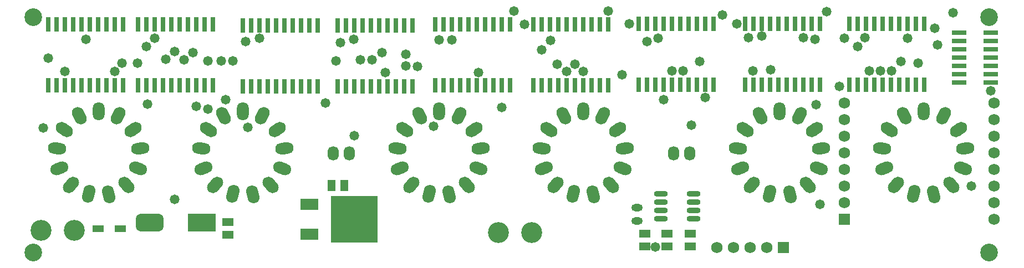
<source format=gbs>
G04 Layer_Color=16711935*
%FSLAX44Y44*%
%MOMM*%
G71*
G01*
G75*
%ADD48R,1.6532X1.3032*%
%ADD49O,1.7032X2.2032*%
%ADD50C,3.2032*%
%ADD51O,1.7272X1.1032*%
%ADD52R,1.7272X1.7272*%
%ADD53C,1.7272*%
%ADD54R,1.7272X1.7272*%
G04:AMPARAMS|DCode=55|XSize=1.8032mm|YSize=2.8032mm|CornerRadius=0mm|HoleSize=0mm|Usage=FLASHONLY|Rotation=138.462|XOffset=0mm|YOffset=0mm|HoleType=Round|Shape=Round|*
%AMOVALD55*
21,1,1.0000,1.8032,0.0000,0.0000,228.5*
1,1,1.8032,0.3316,0.3743*
1,1,1.8032,-0.3316,-0.3743*
%
%ADD55OVALD55*%

%ADD56O,1.8032X2.8032*%
G04:AMPARAMS|DCode=57|XSize=1.8032mm|YSize=2.8032mm|CornerRadius=0mm|HoleSize=0mm|Usage=FLASHONLY|Rotation=27.692|XOffset=0mm|YOffset=0mm|HoleType=Round|Shape=Round|*
%AMOVALD57*
21,1,1.0000,1.8032,0.0000,0.0000,117.7*
1,1,1.8032,0.2324,-0.4427*
1,1,1.8032,-0.2324,0.4427*
%
%ADD57OVALD57*%

G04:AMPARAMS|DCode=58|XSize=1.8032mm|YSize=2.8032mm|CornerRadius=0mm|HoleSize=0mm|Usage=FLASHONLY|Rotation=55.385|XOffset=0mm|YOffset=0mm|HoleType=Round|Shape=Round|*
%AMOVALD58*
21,1,1.0000,1.8032,0.0000,0.0000,145.4*
1,1,1.8032,0.4115,-0.2840*
1,1,1.8032,-0.4115,0.2840*
%
%ADD58OVALD58*%

G04:AMPARAMS|DCode=59|XSize=1.8032mm|YSize=2.8032mm|CornerRadius=0mm|HoleSize=0mm|Usage=FLASHONLY|Rotation=83.077|XOffset=0mm|YOffset=0mm|HoleType=Round|Shape=Round|*
%AMOVALD59*
21,1,1.0000,1.8032,0.0000,0.0000,173.1*
1,1,1.8032,0.4964,-0.0603*
1,1,1.8032,-0.4964,0.0603*
%
%ADD59OVALD59*%

G04:AMPARAMS|DCode=60|XSize=1.8032mm|YSize=2.8032mm|CornerRadius=0mm|HoleSize=0mm|Usage=FLASHONLY|Rotation=110.769|XOffset=0mm|YOffset=0mm|HoleType=Round|Shape=Round|*
%AMOVALD60*
21,1,1.0000,1.8032,0.0000,0.0000,200.8*
1,1,1.8032,0.4675,0.1773*
1,1,1.8032,-0.4675,-0.1773*
%
%ADD60OVALD60*%

G04:AMPARAMS|DCode=61|XSize=1.8032mm|YSize=2.8032mm|CornerRadius=0mm|HoleSize=0mm|Usage=FLASHONLY|Rotation=166.154|XOffset=0mm|YOffset=0mm|HoleType=Round|Shape=Round|*
%AMOVALD61*
21,1,1.0000,1.8032,0.0000,0.0000,256.2*
1,1,1.8032,0.1197,0.4855*
1,1,1.8032,-0.1197,-0.4855*
%
%ADD61OVALD61*%

G04:AMPARAMS|DCode=62|XSize=1.8032mm|YSize=2.8032mm|CornerRadius=0mm|HoleSize=0mm|Usage=FLASHONLY|Rotation=193.846|XOffset=0mm|YOffset=0mm|HoleType=Round|Shape=Round|*
%AMOVALD62*
21,1,1.0000,1.8032,0.0000,0.0000,283.8*
1,1,1.8032,-0.1197,0.4855*
1,1,1.8032,0.1197,-0.4855*
%
%ADD62OVALD62*%

G04:AMPARAMS|DCode=63|XSize=1.8032mm|YSize=2.8032mm|CornerRadius=0mm|HoleSize=0mm|Usage=FLASHONLY|Rotation=221.538|XOffset=0mm|YOffset=0mm|HoleType=Round|Shape=Round|*
%AMOVALD63*
21,1,1.0000,1.8032,0.0000,0.0000,311.5*
1,1,1.8032,-0.3316,0.3743*
1,1,1.8032,0.3316,-0.3743*
%
%ADD63OVALD63*%

G04:AMPARAMS|DCode=64|XSize=1.8032mm|YSize=2.8032mm|CornerRadius=0mm|HoleSize=0mm|Usage=FLASHONLY|Rotation=249.231|XOffset=0mm|YOffset=0mm|HoleType=Round|Shape=Round|*
%AMOVALD64*
21,1,1.0000,1.8032,0.0000,0.0000,339.2*
1,1,1.8032,-0.4675,0.1773*
1,1,1.8032,0.4675,-0.1773*
%
%ADD64OVALD64*%

G04:AMPARAMS|DCode=65|XSize=1.8032mm|YSize=2.8032mm|CornerRadius=0mm|HoleSize=0mm|Usage=FLASHONLY|Rotation=276.923|XOffset=0mm|YOffset=0mm|HoleType=Round|Shape=Round|*
%AMOVALD65*
21,1,1.0000,1.8032,0.0000,0.0000,6.9*
1,1,1.8032,-0.4964,-0.0603*
1,1,1.8032,0.4964,0.0603*
%
%ADD65OVALD65*%

G04:AMPARAMS|DCode=66|XSize=1.8032mm|YSize=2.8032mm|CornerRadius=0mm|HoleSize=0mm|Usage=FLASHONLY|Rotation=304.615|XOffset=0mm|YOffset=0mm|HoleType=Round|Shape=Round|*
%AMOVALD66*
21,1,1.0000,1.8032,0.0000,0.0000,34.6*
1,1,1.8032,-0.4115,-0.2840*
1,1,1.8032,0.4115,0.2840*
%
%ADD66OVALD66*%

G04:AMPARAMS|DCode=67|XSize=1.8032mm|YSize=2.8032mm|CornerRadius=0mm|HoleSize=0mm|Usage=FLASHONLY|Rotation=332.308|XOffset=0mm|YOffset=0mm|HoleType=Round|Shape=Round|*
%AMOVALD67*
21,1,1.0000,1.8032,0.0000,0.0000,62.3*
1,1,1.8032,-0.2324,-0.4427*
1,1,1.8032,0.2324,0.4427*
%
%ADD67OVALD67*%

%ADD68C,1.4732*%
%ADD69C,2.7032*%
%ADD70R,0.8032X2.2032*%
%ADD71R,1.8032X1.0032*%
G04:AMPARAMS|DCode=72|XSize=4.2032mm|YSize=2.7032mm|CornerRadius=0.7266mm|HoleSize=0mm|Usage=FLASHONLY|Rotation=180.000|XOffset=0mm|YOffset=0mm|HoleType=Round|Shape=RoundedRectangle|*
%AMROUNDEDRECTD72*
21,1,4.2032,1.2500,0,0,180.0*
21,1,2.7500,2.7032,0,0,180.0*
1,1,1.4532,-1.3750,0.6250*
1,1,1.4532,1.3750,0.6250*
1,1,1.4532,1.3750,-0.6250*
1,1,1.4532,-1.3750,-0.6250*
%
%ADD72ROUNDEDRECTD72*%
%ADD73R,4.2032X2.7032*%
%ADD74R,1.3032X1.6532*%
%ADD75R,2.7032X1.7032*%
%ADD76R,7.2032X7.2032*%
%ADD77O,2.1032X0.9032*%
%ADD78R,2.2032X0.7532*%
D48*
X317500Y67150D02*
D03*
Y47150D02*
D03*
X1023620Y29370D02*
D03*
Y49370D02*
D03*
X953770D02*
D03*
Y29370D02*
D03*
X988060D02*
D03*
Y49370D02*
D03*
D49*
X502250Y172060D02*
D03*
X477750D02*
D03*
X1022250D02*
D03*
X997750D02*
D03*
D50*
X31750Y54610D02*
D03*
X82550D02*
D03*
X730250Y50800D02*
D03*
X781050D02*
D03*
D51*
X942340Y68740D02*
D03*
Y88740D02*
D03*
D52*
X1165860Y27940D02*
D03*
D53*
X1140460D02*
D03*
X1115060D02*
D03*
X1089660D02*
D03*
X1064260D02*
D03*
X1487170Y71120D02*
D03*
Y248920D02*
D03*
Y223520D02*
D03*
Y96520D02*
D03*
Y121920D02*
D03*
Y147320D02*
D03*
Y172720D02*
D03*
Y198120D02*
D03*
X1258570Y96520D02*
D03*
Y121920D02*
D03*
Y147320D02*
D03*
Y172720D02*
D03*
Y198120D02*
D03*
Y223520D02*
D03*
Y248920D02*
D03*
D54*
Y71120D02*
D03*
D55*
X1337533Y124120D02*
D03*
X1117533D02*
D03*
X817533D02*
D03*
X597533D02*
D03*
X297533D02*
D03*
X77533D02*
D03*
D56*
X1380000Y236560D02*
D03*
X1160000D02*
D03*
X860000D02*
D03*
X640000D02*
D03*
X340000D02*
D03*
X120000D02*
D03*
D57*
X1350059Y229123D02*
D03*
X1130059D02*
D03*
X830059D02*
D03*
X610059D02*
D03*
X310059D02*
D03*
X90059D02*
D03*
D58*
X1327214Y208497D02*
D03*
X1107214D02*
D03*
X807214D02*
D03*
X587214D02*
D03*
X287214D02*
D03*
X67214D02*
D03*
D59*
X1316551Y179750D02*
D03*
X1096551D02*
D03*
X796551D02*
D03*
X576551D02*
D03*
X276551D02*
D03*
X56551D02*
D03*
D60*
X1319872Y149255D02*
D03*
X1099872D02*
D03*
X799872D02*
D03*
X579872D02*
D03*
X279872D02*
D03*
X59872D02*
D03*
D61*
X1364653Y109757D02*
D03*
X1144653D02*
D03*
X844653D02*
D03*
X624653D02*
D03*
X324653D02*
D03*
X104653D02*
D03*
D62*
X1395404Y109525D02*
D03*
X1175404D02*
D03*
X875404D02*
D03*
X655404D02*
D03*
X355404D02*
D03*
X135404D02*
D03*
D63*
X1422467Y124120D02*
D03*
X1202467D02*
D03*
X902467D02*
D03*
X682467D02*
D03*
X382467D02*
D03*
X162467D02*
D03*
D64*
X1440128Y149255D02*
D03*
X1220128D02*
D03*
X920128D02*
D03*
X700128D02*
D03*
X400128D02*
D03*
X180128D02*
D03*
D65*
X1443449Y179750D02*
D03*
X1223449D02*
D03*
X923449D02*
D03*
X703449D02*
D03*
X403449D02*
D03*
X183449D02*
D03*
D66*
X1432786Y208497D02*
D03*
X1212786D02*
D03*
X912786D02*
D03*
X692786D02*
D03*
X392786D02*
D03*
X172786D02*
D03*
D67*
X1409941Y229123D02*
D03*
X1189941D02*
D03*
X889941D02*
D03*
X669941D02*
D03*
X369941D02*
D03*
X149941D02*
D03*
D68*
X35560Y210820D02*
D03*
X1424940Y387350D02*
D03*
X1118870Y298450D02*
D03*
X1132840Y351790D02*
D03*
X1145700Y299560D02*
D03*
X1112520Y349250D02*
D03*
X919480Y292100D02*
D03*
X982980Y254000D02*
D03*
X995680Y298450D02*
D03*
X1012380Y297700D02*
D03*
X974075Y347995D02*
D03*
X957580Y342900D02*
D03*
X859790Y297180D02*
D03*
X834390D02*
D03*
X847090Y308610D02*
D03*
X820362Y308668D02*
D03*
X809625Y344805D02*
D03*
X796290Y330200D02*
D03*
X659130Y345440D02*
D03*
X640080D02*
D03*
X488950Y341630D02*
D03*
X509270Y346710D02*
D03*
X519430Y314960D02*
D03*
X537210D02*
D03*
X482600Y313690D02*
D03*
X325120D02*
D03*
X307340Y313241D02*
D03*
X287020Y313690D02*
D03*
X236220Y327660D02*
D03*
X222250Y316230D02*
D03*
X250190Y314960D02*
D03*
X264160Y326390D02*
D03*
X205740Y347980D02*
D03*
X1371600Y309880D02*
D03*
X1296670Y298450D02*
D03*
X1313370Y297700D02*
D03*
X1330960Y298450D02*
D03*
X1344930Y312420D02*
D03*
X1290320Y349250D02*
D03*
X1355090Y347980D02*
D03*
X1278890Y335280D02*
D03*
X1258570Y347980D02*
D03*
X1397000Y363220D02*
D03*
X1250950Y274320D02*
D03*
X1196340Y349250D02*
D03*
X1214120Y346710D02*
D03*
X1094250Y370350D02*
D03*
X1072530Y383741D02*
D03*
X1221740Y93980D02*
D03*
X930130Y370350D02*
D03*
X897715Y389890D02*
D03*
X770400Y369080D02*
D03*
X754380Y389890D02*
D03*
X552450Y326390D02*
D03*
X589280Y323850D02*
D03*
X557530Y295910D02*
D03*
X589280Y306070D02*
D03*
X607060Y304800D02*
D03*
X699770Y295910D02*
D03*
X735330Y242570D02*
D03*
X510540Y199390D02*
D03*
X466090Y248920D02*
D03*
X347980Y212090D02*
D03*
X236220Y101600D02*
D03*
X193040Y335280D02*
D03*
X100330Y346710D02*
D03*
X68580Y297180D02*
D03*
X1400810Y337820D02*
D03*
X1481960Y267840D02*
D03*
X1231908Y388628D02*
D03*
X1037590Y312420D02*
D03*
X144780Y297180D02*
D03*
X179070Y309880D02*
D03*
X155252Y310325D02*
D03*
X43180Y317500D02*
D03*
X365760Y347980D02*
D03*
X344170Y342900D02*
D03*
X1452880Y121920D02*
D03*
X1215390Y246380D02*
D03*
X970280Y29210D02*
D03*
X269240Y243840D02*
D03*
X287020Y240030D02*
D03*
X313690Y254000D02*
D03*
X194310Y247650D02*
D03*
X631190Y213360D02*
D03*
X1046480Y257810D02*
D03*
X1024635Y215196D02*
D03*
D69*
X1480000Y20000D02*
D03*
Y380000D02*
D03*
X20000D02*
D03*
Y20000D02*
D03*
D70*
X294640Y276080D02*
D03*
X281940D02*
D03*
X269240D02*
D03*
X231140D02*
D03*
X243840D02*
D03*
X256540D02*
D03*
X193040D02*
D03*
X180340D02*
D03*
X205740D02*
D03*
X218440D02*
D03*
Y369080D02*
D03*
X205740D02*
D03*
X180340D02*
D03*
X193040D02*
D03*
X256540D02*
D03*
X243840D02*
D03*
X231140D02*
D03*
X269240D02*
D03*
X281940D02*
D03*
X294640D02*
D03*
X454660Y274810D02*
D03*
X441960D02*
D03*
X429260D02*
D03*
X391160D02*
D03*
X403860D02*
D03*
X416560D02*
D03*
X353060D02*
D03*
X340360D02*
D03*
X365760D02*
D03*
X378460D02*
D03*
Y367810D02*
D03*
X365760D02*
D03*
X340360D02*
D03*
X353060D02*
D03*
X416560D02*
D03*
X403860D02*
D03*
X391160D02*
D03*
X429260D02*
D03*
X441960D02*
D03*
X454660D02*
D03*
X599440Y274810D02*
D03*
X586740D02*
D03*
X574040D02*
D03*
X535940D02*
D03*
X548640D02*
D03*
X561340D02*
D03*
X497840D02*
D03*
X485140D02*
D03*
X510540D02*
D03*
X523240D02*
D03*
Y367810D02*
D03*
X510540D02*
D03*
X485140D02*
D03*
X497840D02*
D03*
X561340D02*
D03*
X548640D02*
D03*
X535940D02*
D03*
X574040D02*
D03*
X586740D02*
D03*
X599440D02*
D03*
X1059180Y277350D02*
D03*
X1046480D02*
D03*
X1033780D02*
D03*
X995680D02*
D03*
X1008380D02*
D03*
X1021080D02*
D03*
X957580D02*
D03*
X944880D02*
D03*
X970280D02*
D03*
X982980D02*
D03*
Y370350D02*
D03*
X970280D02*
D03*
X944880D02*
D03*
X957580D02*
D03*
X1021080D02*
D03*
X1008380D02*
D03*
X995680D02*
D03*
X1033780D02*
D03*
X1046480D02*
D03*
X1059180D02*
D03*
X1380490Y277350D02*
D03*
X1367790D02*
D03*
X1355090D02*
D03*
X1316990D02*
D03*
X1329690D02*
D03*
X1342390D02*
D03*
X1278890D02*
D03*
X1266190D02*
D03*
X1291590D02*
D03*
X1304290D02*
D03*
Y370350D02*
D03*
X1291590D02*
D03*
X1266190D02*
D03*
X1278890D02*
D03*
X1342390D02*
D03*
X1329690D02*
D03*
X1316990D02*
D03*
X1355090D02*
D03*
X1367790D02*
D03*
X1380490D02*
D03*
X157480Y276080D02*
D03*
X144780D02*
D03*
X132080D02*
D03*
X93980D02*
D03*
X106680D02*
D03*
X119380D02*
D03*
X55880D02*
D03*
X43180D02*
D03*
X68580D02*
D03*
X81280D02*
D03*
Y369080D02*
D03*
X68580D02*
D03*
X43180D02*
D03*
X55880D02*
D03*
X119380D02*
D03*
X106680D02*
D03*
X93980D02*
D03*
X132080D02*
D03*
X144780D02*
D03*
X157480D02*
D03*
X748030Y276080D02*
D03*
X735330D02*
D03*
X722630D02*
D03*
X684530D02*
D03*
X697230D02*
D03*
X709930D02*
D03*
X646430D02*
D03*
X633730D02*
D03*
X659130D02*
D03*
X671830D02*
D03*
Y369080D02*
D03*
X659130D02*
D03*
X633730D02*
D03*
X646430D02*
D03*
X709930D02*
D03*
X697230D02*
D03*
X684530D02*
D03*
X722630D02*
D03*
X735330D02*
D03*
X748030D02*
D03*
X897890Y276080D02*
D03*
X885190D02*
D03*
X872490D02*
D03*
X834390D02*
D03*
X847090D02*
D03*
X859790D02*
D03*
X796290D02*
D03*
X783590D02*
D03*
X808990D02*
D03*
X821690D02*
D03*
Y369080D02*
D03*
X808990D02*
D03*
X783590D02*
D03*
X796290D02*
D03*
X859790D02*
D03*
X847090D02*
D03*
X834390D02*
D03*
X872490D02*
D03*
X885190D02*
D03*
X897890D02*
D03*
X1221740Y277350D02*
D03*
X1209040D02*
D03*
X1196340D02*
D03*
X1158240D02*
D03*
X1170940D02*
D03*
X1183640D02*
D03*
X1120140D02*
D03*
X1107440D02*
D03*
X1132840D02*
D03*
X1145540D02*
D03*
Y370350D02*
D03*
X1132840D02*
D03*
X1107440D02*
D03*
X1120140D02*
D03*
X1183640D02*
D03*
X1170940D02*
D03*
X1158240D02*
D03*
X1196340D02*
D03*
X1209040D02*
D03*
X1221740D02*
D03*
D71*
X152890Y57150D02*
D03*
X118890D02*
D03*
D72*
X197490Y66040D02*
D03*
D73*
X277490D02*
D03*
D74*
X475140Y123190D02*
D03*
X495140D02*
D03*
D75*
X441540Y48120D02*
D03*
Y94120D02*
D03*
D76*
X510540Y71120D02*
D03*
D77*
X1028300Y110490D02*
D03*
Y97790D02*
D03*
Y85090D02*
D03*
Y72390D02*
D03*
X978300Y110490D02*
D03*
Y97790D02*
D03*
Y85090D02*
D03*
Y72390D02*
D03*
D78*
X1433960Y280670D02*
D03*
Y293370D02*
D03*
Y306070D02*
D03*
Y318770D02*
D03*
Y331470D02*
D03*
Y344170D02*
D03*
Y356870D02*
D03*
X1481960Y280670D02*
D03*
Y293370D02*
D03*
Y306070D02*
D03*
Y318770D02*
D03*
Y331470D02*
D03*
Y344170D02*
D03*
Y356870D02*
D03*
M02*

</source>
